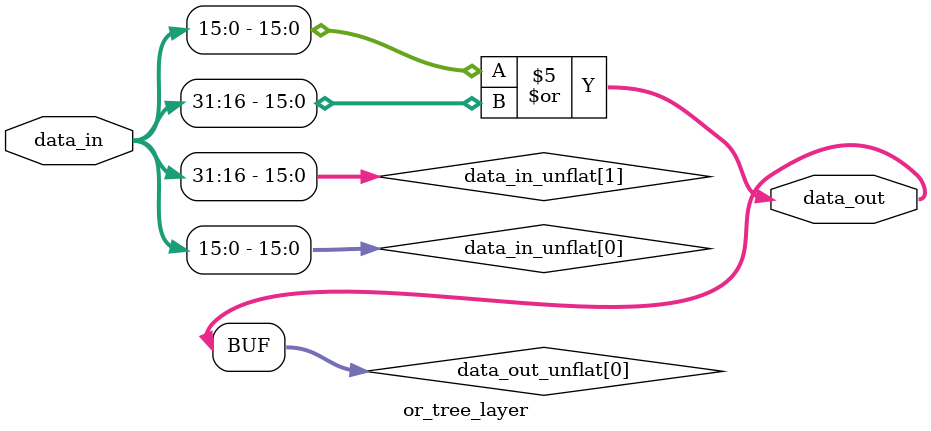
<source format=sv>
`timescale 1ns / 1ps
module or_tree_layer #(
    parameter IN_SIZE  = 2,
    parameter IN_WIDTH = 16,

    localparam OUT_WIDTH = IN_WIDTH,
    localparam OUT_SIZE  = (IN_SIZE + 1) / 2
) (
    input  logic [  IN_SIZE*IN_WIDTH-1:0] data_in,
    output logic [OUT_SIZE*OUT_WIDTH-1:0] data_out
);

  logic [ IN_WIDTH-1:0] data_in_unflat [ IN_SIZE-1:0];
  logic [OUT_WIDTH-1:0] data_out_unflat[OUT_SIZE-1:0];

  for (genvar i = 0; i < IN_SIZE; i++) begin : in_unflat
    assign data_in_unflat[i] = data_in[(i+1)*IN_WIDTH-1 : i*IN_WIDTH];
  end

  for (genvar i = 0; i < IN_SIZE / 2; i++) begin : pair
    assign data_out_unflat[i] = data_in_unflat[2*i] | data_in_unflat[2*i+1];
  end

  if (IN_SIZE % 2 != 0) begin : left
    assign data_out_unflat[OUT_SIZE-1] = {1'b0, data_in_unflat[IN_SIZE-1]};
  end

  for (genvar i = 0; i < OUT_SIZE; i++) begin : out_flat
    assign data_out[(i+1)*OUT_WIDTH-1 : i*OUT_WIDTH] = data_out_unflat[i];
  end
endmodule

</source>
